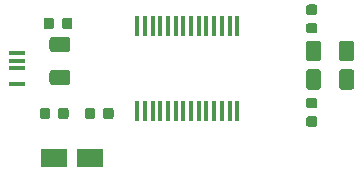
<source format=gbr>
G04 #@! TF.GenerationSoftware,KiCad,Pcbnew,(5.0.1)-3*
G04 #@! TF.CreationDate,2019-07-27T12:32:00+01:00*
G04 #@! TF.ProjectId,UsbToSerial,557362546F53657269616C2E6B696361,rev?*
G04 #@! TF.SameCoordinates,Original*
G04 #@! TF.FileFunction,Paste,Top*
G04 #@! TF.FilePolarity,Positive*
%FSLAX46Y46*%
G04 Gerber Fmt 4.6, Leading zero omitted, Abs format (unit mm)*
G04 Created by KiCad (PCBNEW (5.0.1)-3) date 27/07/2019 12:32:00*
%MOMM*%
%LPD*%
G01*
G04 APERTURE LIST*
%ADD10R,1.400000X0.400000*%
%ADD11C,0.100000*%
%ADD12C,0.875000*%
%ADD13R,2.200000X1.600000*%
%ADD14C,1.250000*%
%ADD15R,0.450000X1.750000*%
G04 APERTURE END LIST*
D10*
G04 #@! TO.C,J1*
X82095000Y-79360000D03*
X82095000Y-78710000D03*
X82095000Y-81310000D03*
X82095000Y-80010000D03*
G04 #@! TD*
D11*
G04 #@! TO.C,C1*
G36*
X88505191Y-83346053D02*
X88526426Y-83349203D01*
X88547250Y-83354419D01*
X88567462Y-83361651D01*
X88586868Y-83370830D01*
X88605281Y-83381866D01*
X88622524Y-83394654D01*
X88638430Y-83409070D01*
X88652846Y-83424976D01*
X88665634Y-83442219D01*
X88676670Y-83460632D01*
X88685849Y-83480038D01*
X88693081Y-83500250D01*
X88698297Y-83521074D01*
X88701447Y-83542309D01*
X88702500Y-83563750D01*
X88702500Y-84076250D01*
X88701447Y-84097691D01*
X88698297Y-84118926D01*
X88693081Y-84139750D01*
X88685849Y-84159962D01*
X88676670Y-84179368D01*
X88665634Y-84197781D01*
X88652846Y-84215024D01*
X88638430Y-84230930D01*
X88622524Y-84245346D01*
X88605281Y-84258134D01*
X88586868Y-84269170D01*
X88567462Y-84278349D01*
X88547250Y-84285581D01*
X88526426Y-84290797D01*
X88505191Y-84293947D01*
X88483750Y-84295000D01*
X88046250Y-84295000D01*
X88024809Y-84293947D01*
X88003574Y-84290797D01*
X87982750Y-84285581D01*
X87962538Y-84278349D01*
X87943132Y-84269170D01*
X87924719Y-84258134D01*
X87907476Y-84245346D01*
X87891570Y-84230930D01*
X87877154Y-84215024D01*
X87864366Y-84197781D01*
X87853330Y-84179368D01*
X87844151Y-84159962D01*
X87836919Y-84139750D01*
X87831703Y-84118926D01*
X87828553Y-84097691D01*
X87827500Y-84076250D01*
X87827500Y-83563750D01*
X87828553Y-83542309D01*
X87831703Y-83521074D01*
X87836919Y-83500250D01*
X87844151Y-83480038D01*
X87853330Y-83460632D01*
X87864366Y-83442219D01*
X87877154Y-83424976D01*
X87891570Y-83409070D01*
X87907476Y-83394654D01*
X87924719Y-83381866D01*
X87943132Y-83370830D01*
X87962538Y-83361651D01*
X87982750Y-83354419D01*
X88003574Y-83349203D01*
X88024809Y-83346053D01*
X88046250Y-83345000D01*
X88483750Y-83345000D01*
X88505191Y-83346053D01*
X88505191Y-83346053D01*
G37*
D12*
X88265000Y-83820000D03*
D11*
G36*
X90080191Y-83346053D02*
X90101426Y-83349203D01*
X90122250Y-83354419D01*
X90142462Y-83361651D01*
X90161868Y-83370830D01*
X90180281Y-83381866D01*
X90197524Y-83394654D01*
X90213430Y-83409070D01*
X90227846Y-83424976D01*
X90240634Y-83442219D01*
X90251670Y-83460632D01*
X90260849Y-83480038D01*
X90268081Y-83500250D01*
X90273297Y-83521074D01*
X90276447Y-83542309D01*
X90277500Y-83563750D01*
X90277500Y-84076250D01*
X90276447Y-84097691D01*
X90273297Y-84118926D01*
X90268081Y-84139750D01*
X90260849Y-84159962D01*
X90251670Y-84179368D01*
X90240634Y-84197781D01*
X90227846Y-84215024D01*
X90213430Y-84230930D01*
X90197524Y-84245346D01*
X90180281Y-84258134D01*
X90161868Y-84269170D01*
X90142462Y-84278349D01*
X90122250Y-84285581D01*
X90101426Y-84290797D01*
X90080191Y-84293947D01*
X90058750Y-84295000D01*
X89621250Y-84295000D01*
X89599809Y-84293947D01*
X89578574Y-84290797D01*
X89557750Y-84285581D01*
X89537538Y-84278349D01*
X89518132Y-84269170D01*
X89499719Y-84258134D01*
X89482476Y-84245346D01*
X89466570Y-84230930D01*
X89452154Y-84215024D01*
X89439366Y-84197781D01*
X89428330Y-84179368D01*
X89419151Y-84159962D01*
X89411919Y-84139750D01*
X89406703Y-84118926D01*
X89403553Y-84097691D01*
X89402500Y-84076250D01*
X89402500Y-83563750D01*
X89403553Y-83542309D01*
X89406703Y-83521074D01*
X89411919Y-83500250D01*
X89419151Y-83480038D01*
X89428330Y-83460632D01*
X89439366Y-83442219D01*
X89452154Y-83424976D01*
X89466570Y-83409070D01*
X89482476Y-83394654D01*
X89499719Y-83381866D01*
X89518132Y-83370830D01*
X89537538Y-83361651D01*
X89557750Y-83354419D01*
X89578574Y-83349203D01*
X89599809Y-83346053D01*
X89621250Y-83345000D01*
X90058750Y-83345000D01*
X90080191Y-83346053D01*
X90080191Y-83346053D01*
G37*
D12*
X89840000Y-83820000D03*
G04 #@! TD*
D11*
G04 #@! TO.C,C2*
G36*
X84695191Y-83346053D02*
X84716426Y-83349203D01*
X84737250Y-83354419D01*
X84757462Y-83361651D01*
X84776868Y-83370830D01*
X84795281Y-83381866D01*
X84812524Y-83394654D01*
X84828430Y-83409070D01*
X84842846Y-83424976D01*
X84855634Y-83442219D01*
X84866670Y-83460632D01*
X84875849Y-83480038D01*
X84883081Y-83500250D01*
X84888297Y-83521074D01*
X84891447Y-83542309D01*
X84892500Y-83563750D01*
X84892500Y-84076250D01*
X84891447Y-84097691D01*
X84888297Y-84118926D01*
X84883081Y-84139750D01*
X84875849Y-84159962D01*
X84866670Y-84179368D01*
X84855634Y-84197781D01*
X84842846Y-84215024D01*
X84828430Y-84230930D01*
X84812524Y-84245346D01*
X84795281Y-84258134D01*
X84776868Y-84269170D01*
X84757462Y-84278349D01*
X84737250Y-84285581D01*
X84716426Y-84290797D01*
X84695191Y-84293947D01*
X84673750Y-84295000D01*
X84236250Y-84295000D01*
X84214809Y-84293947D01*
X84193574Y-84290797D01*
X84172750Y-84285581D01*
X84152538Y-84278349D01*
X84133132Y-84269170D01*
X84114719Y-84258134D01*
X84097476Y-84245346D01*
X84081570Y-84230930D01*
X84067154Y-84215024D01*
X84054366Y-84197781D01*
X84043330Y-84179368D01*
X84034151Y-84159962D01*
X84026919Y-84139750D01*
X84021703Y-84118926D01*
X84018553Y-84097691D01*
X84017500Y-84076250D01*
X84017500Y-83563750D01*
X84018553Y-83542309D01*
X84021703Y-83521074D01*
X84026919Y-83500250D01*
X84034151Y-83480038D01*
X84043330Y-83460632D01*
X84054366Y-83442219D01*
X84067154Y-83424976D01*
X84081570Y-83409070D01*
X84097476Y-83394654D01*
X84114719Y-83381866D01*
X84133132Y-83370830D01*
X84152538Y-83361651D01*
X84172750Y-83354419D01*
X84193574Y-83349203D01*
X84214809Y-83346053D01*
X84236250Y-83345000D01*
X84673750Y-83345000D01*
X84695191Y-83346053D01*
X84695191Y-83346053D01*
G37*
D12*
X84455000Y-83820000D03*
D11*
G36*
X86270191Y-83346053D02*
X86291426Y-83349203D01*
X86312250Y-83354419D01*
X86332462Y-83361651D01*
X86351868Y-83370830D01*
X86370281Y-83381866D01*
X86387524Y-83394654D01*
X86403430Y-83409070D01*
X86417846Y-83424976D01*
X86430634Y-83442219D01*
X86441670Y-83460632D01*
X86450849Y-83480038D01*
X86458081Y-83500250D01*
X86463297Y-83521074D01*
X86466447Y-83542309D01*
X86467500Y-83563750D01*
X86467500Y-84076250D01*
X86466447Y-84097691D01*
X86463297Y-84118926D01*
X86458081Y-84139750D01*
X86450849Y-84159962D01*
X86441670Y-84179368D01*
X86430634Y-84197781D01*
X86417846Y-84215024D01*
X86403430Y-84230930D01*
X86387524Y-84245346D01*
X86370281Y-84258134D01*
X86351868Y-84269170D01*
X86332462Y-84278349D01*
X86312250Y-84285581D01*
X86291426Y-84290797D01*
X86270191Y-84293947D01*
X86248750Y-84295000D01*
X85811250Y-84295000D01*
X85789809Y-84293947D01*
X85768574Y-84290797D01*
X85747750Y-84285581D01*
X85727538Y-84278349D01*
X85708132Y-84269170D01*
X85689719Y-84258134D01*
X85672476Y-84245346D01*
X85656570Y-84230930D01*
X85642154Y-84215024D01*
X85629366Y-84197781D01*
X85618330Y-84179368D01*
X85609151Y-84159962D01*
X85601919Y-84139750D01*
X85596703Y-84118926D01*
X85593553Y-84097691D01*
X85592500Y-84076250D01*
X85592500Y-83563750D01*
X85593553Y-83542309D01*
X85596703Y-83521074D01*
X85601919Y-83500250D01*
X85609151Y-83480038D01*
X85618330Y-83460632D01*
X85629366Y-83442219D01*
X85642154Y-83424976D01*
X85656570Y-83409070D01*
X85672476Y-83394654D01*
X85689719Y-83381866D01*
X85708132Y-83370830D01*
X85727538Y-83361651D01*
X85747750Y-83354419D01*
X85768574Y-83349203D01*
X85789809Y-83346053D01*
X85811250Y-83345000D01*
X86248750Y-83345000D01*
X86270191Y-83346053D01*
X86270191Y-83346053D01*
G37*
D12*
X86030000Y-83820000D03*
G04 #@! TD*
D13*
G04 #@! TO.C,C3*
X85265000Y-87630000D03*
X88265000Y-87630000D03*
G04 #@! TD*
D11*
G04 #@! TO.C,D1*
G36*
X86374504Y-80151204D02*
X86398773Y-80154804D01*
X86422571Y-80160765D01*
X86445671Y-80169030D01*
X86467849Y-80179520D01*
X86488893Y-80192133D01*
X86508598Y-80206747D01*
X86526777Y-80223223D01*
X86543253Y-80241402D01*
X86557867Y-80261107D01*
X86570480Y-80282151D01*
X86580970Y-80304329D01*
X86589235Y-80327429D01*
X86595196Y-80351227D01*
X86598796Y-80375496D01*
X86600000Y-80400000D01*
X86600000Y-81150000D01*
X86598796Y-81174504D01*
X86595196Y-81198773D01*
X86589235Y-81222571D01*
X86580970Y-81245671D01*
X86570480Y-81267849D01*
X86557867Y-81288893D01*
X86543253Y-81308598D01*
X86526777Y-81326777D01*
X86508598Y-81343253D01*
X86488893Y-81357867D01*
X86467849Y-81370480D01*
X86445671Y-81380970D01*
X86422571Y-81389235D01*
X86398773Y-81395196D01*
X86374504Y-81398796D01*
X86350000Y-81400000D01*
X85100000Y-81400000D01*
X85075496Y-81398796D01*
X85051227Y-81395196D01*
X85027429Y-81389235D01*
X85004329Y-81380970D01*
X84982151Y-81370480D01*
X84961107Y-81357867D01*
X84941402Y-81343253D01*
X84923223Y-81326777D01*
X84906747Y-81308598D01*
X84892133Y-81288893D01*
X84879520Y-81267849D01*
X84869030Y-81245671D01*
X84860765Y-81222571D01*
X84854804Y-81198773D01*
X84851204Y-81174504D01*
X84850000Y-81150000D01*
X84850000Y-80400000D01*
X84851204Y-80375496D01*
X84854804Y-80351227D01*
X84860765Y-80327429D01*
X84869030Y-80304329D01*
X84879520Y-80282151D01*
X84892133Y-80261107D01*
X84906747Y-80241402D01*
X84923223Y-80223223D01*
X84941402Y-80206747D01*
X84961107Y-80192133D01*
X84982151Y-80179520D01*
X85004329Y-80169030D01*
X85027429Y-80160765D01*
X85051227Y-80154804D01*
X85075496Y-80151204D01*
X85100000Y-80150000D01*
X86350000Y-80150000D01*
X86374504Y-80151204D01*
X86374504Y-80151204D01*
G37*
D14*
X85725000Y-80775000D03*
D11*
G36*
X86374504Y-77351204D02*
X86398773Y-77354804D01*
X86422571Y-77360765D01*
X86445671Y-77369030D01*
X86467849Y-77379520D01*
X86488893Y-77392133D01*
X86508598Y-77406747D01*
X86526777Y-77423223D01*
X86543253Y-77441402D01*
X86557867Y-77461107D01*
X86570480Y-77482151D01*
X86580970Y-77504329D01*
X86589235Y-77527429D01*
X86595196Y-77551227D01*
X86598796Y-77575496D01*
X86600000Y-77600000D01*
X86600000Y-78350000D01*
X86598796Y-78374504D01*
X86595196Y-78398773D01*
X86589235Y-78422571D01*
X86580970Y-78445671D01*
X86570480Y-78467849D01*
X86557867Y-78488893D01*
X86543253Y-78508598D01*
X86526777Y-78526777D01*
X86508598Y-78543253D01*
X86488893Y-78557867D01*
X86467849Y-78570480D01*
X86445671Y-78580970D01*
X86422571Y-78589235D01*
X86398773Y-78595196D01*
X86374504Y-78598796D01*
X86350000Y-78600000D01*
X85100000Y-78600000D01*
X85075496Y-78598796D01*
X85051227Y-78595196D01*
X85027429Y-78589235D01*
X85004329Y-78580970D01*
X84982151Y-78570480D01*
X84961107Y-78557867D01*
X84941402Y-78543253D01*
X84923223Y-78526777D01*
X84906747Y-78508598D01*
X84892133Y-78488893D01*
X84879520Y-78467849D01*
X84869030Y-78445671D01*
X84860765Y-78422571D01*
X84854804Y-78398773D01*
X84851204Y-78374504D01*
X84850000Y-78350000D01*
X84850000Y-77600000D01*
X84851204Y-77575496D01*
X84854804Y-77551227D01*
X84860765Y-77527429D01*
X84869030Y-77504329D01*
X84879520Y-77482151D01*
X84892133Y-77461107D01*
X84906747Y-77441402D01*
X84923223Y-77423223D01*
X84941402Y-77406747D01*
X84961107Y-77392133D01*
X84982151Y-77379520D01*
X85004329Y-77369030D01*
X85027429Y-77360765D01*
X85051227Y-77354804D01*
X85075496Y-77351204D01*
X85100000Y-77350000D01*
X86350000Y-77350000D01*
X86374504Y-77351204D01*
X86374504Y-77351204D01*
G37*
D14*
X85725000Y-77975000D03*
G04 #@! TD*
D11*
G04 #@! TO.C,D2*
G36*
X107610504Y-77647197D02*
X107634773Y-77650797D01*
X107658571Y-77656758D01*
X107681671Y-77665023D01*
X107703849Y-77675513D01*
X107724893Y-77688126D01*
X107744598Y-77702740D01*
X107762777Y-77719216D01*
X107779253Y-77737395D01*
X107793867Y-77757100D01*
X107806480Y-77778144D01*
X107816970Y-77800322D01*
X107825235Y-77823422D01*
X107831196Y-77847220D01*
X107834796Y-77871489D01*
X107836000Y-77895993D01*
X107836000Y-79145993D01*
X107834796Y-79170497D01*
X107831196Y-79194766D01*
X107825235Y-79218564D01*
X107816970Y-79241664D01*
X107806480Y-79263842D01*
X107793867Y-79284886D01*
X107779253Y-79304591D01*
X107762777Y-79322770D01*
X107744598Y-79339246D01*
X107724893Y-79353860D01*
X107703849Y-79366473D01*
X107681671Y-79376963D01*
X107658571Y-79385228D01*
X107634773Y-79391189D01*
X107610504Y-79394789D01*
X107586000Y-79395993D01*
X106836000Y-79395993D01*
X106811496Y-79394789D01*
X106787227Y-79391189D01*
X106763429Y-79385228D01*
X106740329Y-79376963D01*
X106718151Y-79366473D01*
X106697107Y-79353860D01*
X106677402Y-79339246D01*
X106659223Y-79322770D01*
X106642747Y-79304591D01*
X106628133Y-79284886D01*
X106615520Y-79263842D01*
X106605030Y-79241664D01*
X106596765Y-79218564D01*
X106590804Y-79194766D01*
X106587204Y-79170497D01*
X106586000Y-79145993D01*
X106586000Y-77895993D01*
X106587204Y-77871489D01*
X106590804Y-77847220D01*
X106596765Y-77823422D01*
X106605030Y-77800322D01*
X106615520Y-77778144D01*
X106628133Y-77757100D01*
X106642747Y-77737395D01*
X106659223Y-77719216D01*
X106677402Y-77702740D01*
X106697107Y-77688126D01*
X106718151Y-77675513D01*
X106740329Y-77665023D01*
X106763429Y-77656758D01*
X106787227Y-77650797D01*
X106811496Y-77647197D01*
X106836000Y-77645993D01*
X107586000Y-77645993D01*
X107610504Y-77647197D01*
X107610504Y-77647197D01*
G37*
D14*
X107211000Y-78520993D03*
D11*
G36*
X110410504Y-77647197D02*
X110434773Y-77650797D01*
X110458571Y-77656758D01*
X110481671Y-77665023D01*
X110503849Y-77675513D01*
X110524893Y-77688126D01*
X110544598Y-77702740D01*
X110562777Y-77719216D01*
X110579253Y-77737395D01*
X110593867Y-77757100D01*
X110606480Y-77778144D01*
X110616970Y-77800322D01*
X110625235Y-77823422D01*
X110631196Y-77847220D01*
X110634796Y-77871489D01*
X110636000Y-77895993D01*
X110636000Y-79145993D01*
X110634796Y-79170497D01*
X110631196Y-79194766D01*
X110625235Y-79218564D01*
X110616970Y-79241664D01*
X110606480Y-79263842D01*
X110593867Y-79284886D01*
X110579253Y-79304591D01*
X110562777Y-79322770D01*
X110544598Y-79339246D01*
X110524893Y-79353860D01*
X110503849Y-79366473D01*
X110481671Y-79376963D01*
X110458571Y-79385228D01*
X110434773Y-79391189D01*
X110410504Y-79394789D01*
X110386000Y-79395993D01*
X109636000Y-79395993D01*
X109611496Y-79394789D01*
X109587227Y-79391189D01*
X109563429Y-79385228D01*
X109540329Y-79376963D01*
X109518151Y-79366473D01*
X109497107Y-79353860D01*
X109477402Y-79339246D01*
X109459223Y-79322770D01*
X109442747Y-79304591D01*
X109428133Y-79284886D01*
X109415520Y-79263842D01*
X109405030Y-79241664D01*
X109396765Y-79218564D01*
X109390804Y-79194766D01*
X109387204Y-79170497D01*
X109386000Y-79145993D01*
X109386000Y-77895993D01*
X109387204Y-77871489D01*
X109390804Y-77847220D01*
X109396765Y-77823422D01*
X109405030Y-77800322D01*
X109415520Y-77778144D01*
X109428133Y-77757100D01*
X109442747Y-77737395D01*
X109459223Y-77719216D01*
X109477402Y-77702740D01*
X109497107Y-77688126D01*
X109518151Y-77675513D01*
X109540329Y-77665023D01*
X109563429Y-77656758D01*
X109587227Y-77650797D01*
X109611496Y-77647197D01*
X109636000Y-77645993D01*
X110386000Y-77645993D01*
X110410504Y-77647197D01*
X110410504Y-77647197D01*
G37*
D14*
X110011000Y-78520993D03*
G04 #@! TD*
D11*
G04 #@! TO.C,D3*
G36*
X110410504Y-80069690D02*
X110434773Y-80073290D01*
X110458571Y-80079251D01*
X110481671Y-80087516D01*
X110503849Y-80098006D01*
X110524893Y-80110619D01*
X110544598Y-80125233D01*
X110562777Y-80141709D01*
X110579253Y-80159888D01*
X110593867Y-80179593D01*
X110606480Y-80200637D01*
X110616970Y-80222815D01*
X110625235Y-80245915D01*
X110631196Y-80269713D01*
X110634796Y-80293982D01*
X110636000Y-80318486D01*
X110636000Y-81568486D01*
X110634796Y-81592990D01*
X110631196Y-81617259D01*
X110625235Y-81641057D01*
X110616970Y-81664157D01*
X110606480Y-81686335D01*
X110593867Y-81707379D01*
X110579253Y-81727084D01*
X110562777Y-81745263D01*
X110544598Y-81761739D01*
X110524893Y-81776353D01*
X110503849Y-81788966D01*
X110481671Y-81799456D01*
X110458571Y-81807721D01*
X110434773Y-81813682D01*
X110410504Y-81817282D01*
X110386000Y-81818486D01*
X109636000Y-81818486D01*
X109611496Y-81817282D01*
X109587227Y-81813682D01*
X109563429Y-81807721D01*
X109540329Y-81799456D01*
X109518151Y-81788966D01*
X109497107Y-81776353D01*
X109477402Y-81761739D01*
X109459223Y-81745263D01*
X109442747Y-81727084D01*
X109428133Y-81707379D01*
X109415520Y-81686335D01*
X109405030Y-81664157D01*
X109396765Y-81641057D01*
X109390804Y-81617259D01*
X109387204Y-81592990D01*
X109386000Y-81568486D01*
X109386000Y-80318486D01*
X109387204Y-80293982D01*
X109390804Y-80269713D01*
X109396765Y-80245915D01*
X109405030Y-80222815D01*
X109415520Y-80200637D01*
X109428133Y-80179593D01*
X109442747Y-80159888D01*
X109459223Y-80141709D01*
X109477402Y-80125233D01*
X109497107Y-80110619D01*
X109518151Y-80098006D01*
X109540329Y-80087516D01*
X109563429Y-80079251D01*
X109587227Y-80073290D01*
X109611496Y-80069690D01*
X109636000Y-80068486D01*
X110386000Y-80068486D01*
X110410504Y-80069690D01*
X110410504Y-80069690D01*
G37*
D14*
X110011000Y-80943486D03*
D11*
G36*
X107610504Y-80069690D02*
X107634773Y-80073290D01*
X107658571Y-80079251D01*
X107681671Y-80087516D01*
X107703849Y-80098006D01*
X107724893Y-80110619D01*
X107744598Y-80125233D01*
X107762777Y-80141709D01*
X107779253Y-80159888D01*
X107793867Y-80179593D01*
X107806480Y-80200637D01*
X107816970Y-80222815D01*
X107825235Y-80245915D01*
X107831196Y-80269713D01*
X107834796Y-80293982D01*
X107836000Y-80318486D01*
X107836000Y-81568486D01*
X107834796Y-81592990D01*
X107831196Y-81617259D01*
X107825235Y-81641057D01*
X107816970Y-81664157D01*
X107806480Y-81686335D01*
X107793867Y-81707379D01*
X107779253Y-81727084D01*
X107762777Y-81745263D01*
X107744598Y-81761739D01*
X107724893Y-81776353D01*
X107703849Y-81788966D01*
X107681671Y-81799456D01*
X107658571Y-81807721D01*
X107634773Y-81813682D01*
X107610504Y-81817282D01*
X107586000Y-81818486D01*
X106836000Y-81818486D01*
X106811496Y-81817282D01*
X106787227Y-81813682D01*
X106763429Y-81807721D01*
X106740329Y-81799456D01*
X106718151Y-81788966D01*
X106697107Y-81776353D01*
X106677402Y-81761739D01*
X106659223Y-81745263D01*
X106642747Y-81727084D01*
X106628133Y-81707379D01*
X106615520Y-81686335D01*
X106605030Y-81664157D01*
X106596765Y-81641057D01*
X106590804Y-81617259D01*
X106587204Y-81592990D01*
X106586000Y-81568486D01*
X106586000Y-80318486D01*
X106587204Y-80293982D01*
X106590804Y-80269713D01*
X106596765Y-80245915D01*
X106605030Y-80222815D01*
X106615520Y-80200637D01*
X106628133Y-80179593D01*
X106642747Y-80159888D01*
X106659223Y-80141709D01*
X106677402Y-80125233D01*
X106697107Y-80110619D01*
X106718151Y-80098006D01*
X106740329Y-80087516D01*
X106763429Y-80079251D01*
X106787227Y-80073290D01*
X106811496Y-80069690D01*
X106836000Y-80068486D01*
X107586000Y-80068486D01*
X107610504Y-80069690D01*
X107610504Y-80069690D01*
G37*
D14*
X107211000Y-80943486D03*
G04 #@! TD*
D11*
G04 #@! TO.C,R1*
G36*
X107338691Y-82494553D02*
X107359926Y-82497703D01*
X107380750Y-82502919D01*
X107400962Y-82510151D01*
X107420368Y-82519330D01*
X107438781Y-82530366D01*
X107456024Y-82543154D01*
X107471930Y-82557570D01*
X107486346Y-82573476D01*
X107499134Y-82590719D01*
X107510170Y-82609132D01*
X107519349Y-82628538D01*
X107526581Y-82648750D01*
X107531797Y-82669574D01*
X107534947Y-82690809D01*
X107536000Y-82712250D01*
X107536000Y-83149750D01*
X107534947Y-83171191D01*
X107531797Y-83192426D01*
X107526581Y-83213250D01*
X107519349Y-83233462D01*
X107510170Y-83252868D01*
X107499134Y-83271281D01*
X107486346Y-83288524D01*
X107471930Y-83304430D01*
X107456024Y-83318846D01*
X107438781Y-83331634D01*
X107420368Y-83342670D01*
X107400962Y-83351849D01*
X107380750Y-83359081D01*
X107359926Y-83364297D01*
X107338691Y-83367447D01*
X107317250Y-83368500D01*
X106804750Y-83368500D01*
X106783309Y-83367447D01*
X106762074Y-83364297D01*
X106741250Y-83359081D01*
X106721038Y-83351849D01*
X106701632Y-83342670D01*
X106683219Y-83331634D01*
X106665976Y-83318846D01*
X106650070Y-83304430D01*
X106635654Y-83288524D01*
X106622866Y-83271281D01*
X106611830Y-83252868D01*
X106602651Y-83233462D01*
X106595419Y-83213250D01*
X106590203Y-83192426D01*
X106587053Y-83171191D01*
X106586000Y-83149750D01*
X106586000Y-82712250D01*
X106587053Y-82690809D01*
X106590203Y-82669574D01*
X106595419Y-82648750D01*
X106602651Y-82628538D01*
X106611830Y-82609132D01*
X106622866Y-82590719D01*
X106635654Y-82573476D01*
X106650070Y-82557570D01*
X106665976Y-82543154D01*
X106683219Y-82530366D01*
X106701632Y-82519330D01*
X106721038Y-82510151D01*
X106741250Y-82502919D01*
X106762074Y-82497703D01*
X106783309Y-82494553D01*
X106804750Y-82493500D01*
X107317250Y-82493500D01*
X107338691Y-82494553D01*
X107338691Y-82494553D01*
G37*
D12*
X107061000Y-82931000D03*
D11*
G36*
X107338691Y-84069553D02*
X107359926Y-84072703D01*
X107380750Y-84077919D01*
X107400962Y-84085151D01*
X107420368Y-84094330D01*
X107438781Y-84105366D01*
X107456024Y-84118154D01*
X107471930Y-84132570D01*
X107486346Y-84148476D01*
X107499134Y-84165719D01*
X107510170Y-84184132D01*
X107519349Y-84203538D01*
X107526581Y-84223750D01*
X107531797Y-84244574D01*
X107534947Y-84265809D01*
X107536000Y-84287250D01*
X107536000Y-84724750D01*
X107534947Y-84746191D01*
X107531797Y-84767426D01*
X107526581Y-84788250D01*
X107519349Y-84808462D01*
X107510170Y-84827868D01*
X107499134Y-84846281D01*
X107486346Y-84863524D01*
X107471930Y-84879430D01*
X107456024Y-84893846D01*
X107438781Y-84906634D01*
X107420368Y-84917670D01*
X107400962Y-84926849D01*
X107380750Y-84934081D01*
X107359926Y-84939297D01*
X107338691Y-84942447D01*
X107317250Y-84943500D01*
X106804750Y-84943500D01*
X106783309Y-84942447D01*
X106762074Y-84939297D01*
X106741250Y-84934081D01*
X106721038Y-84926849D01*
X106701632Y-84917670D01*
X106683219Y-84906634D01*
X106665976Y-84893846D01*
X106650070Y-84879430D01*
X106635654Y-84863524D01*
X106622866Y-84846281D01*
X106611830Y-84827868D01*
X106602651Y-84808462D01*
X106595419Y-84788250D01*
X106590203Y-84767426D01*
X106587053Y-84746191D01*
X106586000Y-84724750D01*
X106586000Y-84287250D01*
X106587053Y-84265809D01*
X106590203Y-84244574D01*
X106595419Y-84223750D01*
X106602651Y-84203538D01*
X106611830Y-84184132D01*
X106622866Y-84165719D01*
X106635654Y-84148476D01*
X106650070Y-84132570D01*
X106665976Y-84118154D01*
X106683219Y-84105366D01*
X106701632Y-84094330D01*
X106721038Y-84085151D01*
X106741250Y-84077919D01*
X106762074Y-84072703D01*
X106783309Y-84069553D01*
X106804750Y-84068500D01*
X107317250Y-84068500D01*
X107338691Y-84069553D01*
X107338691Y-84069553D01*
G37*
D12*
X107061000Y-84506000D03*
G04 #@! TD*
D11*
G04 #@! TO.C,R2*
G36*
X107338691Y-74595053D02*
X107359926Y-74598203D01*
X107380750Y-74603419D01*
X107400962Y-74610651D01*
X107420368Y-74619830D01*
X107438781Y-74630866D01*
X107456024Y-74643654D01*
X107471930Y-74658070D01*
X107486346Y-74673976D01*
X107499134Y-74691219D01*
X107510170Y-74709632D01*
X107519349Y-74729038D01*
X107526581Y-74749250D01*
X107531797Y-74770074D01*
X107534947Y-74791309D01*
X107536000Y-74812750D01*
X107536000Y-75250250D01*
X107534947Y-75271691D01*
X107531797Y-75292926D01*
X107526581Y-75313750D01*
X107519349Y-75333962D01*
X107510170Y-75353368D01*
X107499134Y-75371781D01*
X107486346Y-75389024D01*
X107471930Y-75404930D01*
X107456024Y-75419346D01*
X107438781Y-75432134D01*
X107420368Y-75443170D01*
X107400962Y-75452349D01*
X107380750Y-75459581D01*
X107359926Y-75464797D01*
X107338691Y-75467947D01*
X107317250Y-75469000D01*
X106804750Y-75469000D01*
X106783309Y-75467947D01*
X106762074Y-75464797D01*
X106741250Y-75459581D01*
X106721038Y-75452349D01*
X106701632Y-75443170D01*
X106683219Y-75432134D01*
X106665976Y-75419346D01*
X106650070Y-75404930D01*
X106635654Y-75389024D01*
X106622866Y-75371781D01*
X106611830Y-75353368D01*
X106602651Y-75333962D01*
X106595419Y-75313750D01*
X106590203Y-75292926D01*
X106587053Y-75271691D01*
X106586000Y-75250250D01*
X106586000Y-74812750D01*
X106587053Y-74791309D01*
X106590203Y-74770074D01*
X106595419Y-74749250D01*
X106602651Y-74729038D01*
X106611830Y-74709632D01*
X106622866Y-74691219D01*
X106635654Y-74673976D01*
X106650070Y-74658070D01*
X106665976Y-74643654D01*
X106683219Y-74630866D01*
X106701632Y-74619830D01*
X106721038Y-74610651D01*
X106741250Y-74603419D01*
X106762074Y-74598203D01*
X106783309Y-74595053D01*
X106804750Y-74594000D01*
X107317250Y-74594000D01*
X107338691Y-74595053D01*
X107338691Y-74595053D01*
G37*
D12*
X107061000Y-75031500D03*
D11*
G36*
X107338691Y-76170053D02*
X107359926Y-76173203D01*
X107380750Y-76178419D01*
X107400962Y-76185651D01*
X107420368Y-76194830D01*
X107438781Y-76205866D01*
X107456024Y-76218654D01*
X107471930Y-76233070D01*
X107486346Y-76248976D01*
X107499134Y-76266219D01*
X107510170Y-76284632D01*
X107519349Y-76304038D01*
X107526581Y-76324250D01*
X107531797Y-76345074D01*
X107534947Y-76366309D01*
X107536000Y-76387750D01*
X107536000Y-76825250D01*
X107534947Y-76846691D01*
X107531797Y-76867926D01*
X107526581Y-76888750D01*
X107519349Y-76908962D01*
X107510170Y-76928368D01*
X107499134Y-76946781D01*
X107486346Y-76964024D01*
X107471930Y-76979930D01*
X107456024Y-76994346D01*
X107438781Y-77007134D01*
X107420368Y-77018170D01*
X107400962Y-77027349D01*
X107380750Y-77034581D01*
X107359926Y-77039797D01*
X107338691Y-77042947D01*
X107317250Y-77044000D01*
X106804750Y-77044000D01*
X106783309Y-77042947D01*
X106762074Y-77039797D01*
X106741250Y-77034581D01*
X106721038Y-77027349D01*
X106701632Y-77018170D01*
X106683219Y-77007134D01*
X106665976Y-76994346D01*
X106650070Y-76979930D01*
X106635654Y-76964024D01*
X106622866Y-76946781D01*
X106611830Y-76928368D01*
X106602651Y-76908962D01*
X106595419Y-76888750D01*
X106590203Y-76867926D01*
X106587053Y-76846691D01*
X106586000Y-76825250D01*
X106586000Y-76387750D01*
X106587053Y-76366309D01*
X106590203Y-76345074D01*
X106595419Y-76324250D01*
X106602651Y-76304038D01*
X106611830Y-76284632D01*
X106622866Y-76266219D01*
X106635654Y-76248976D01*
X106650070Y-76233070D01*
X106665976Y-76218654D01*
X106683219Y-76205866D01*
X106701632Y-76194830D01*
X106721038Y-76185651D01*
X106741250Y-76178419D01*
X106762074Y-76173203D01*
X106783309Y-76170053D01*
X106804750Y-76169000D01*
X107317250Y-76169000D01*
X107338691Y-76170053D01*
X107338691Y-76170053D01*
G37*
D12*
X107061000Y-76606500D03*
G04 #@! TD*
D11*
G04 #@! TO.C,R3*
G36*
X85025191Y-75726053D02*
X85046426Y-75729203D01*
X85067250Y-75734419D01*
X85087462Y-75741651D01*
X85106868Y-75750830D01*
X85125281Y-75761866D01*
X85142524Y-75774654D01*
X85158430Y-75789070D01*
X85172846Y-75804976D01*
X85185634Y-75822219D01*
X85196670Y-75840632D01*
X85205849Y-75860038D01*
X85213081Y-75880250D01*
X85218297Y-75901074D01*
X85221447Y-75922309D01*
X85222500Y-75943750D01*
X85222500Y-76456250D01*
X85221447Y-76477691D01*
X85218297Y-76498926D01*
X85213081Y-76519750D01*
X85205849Y-76539962D01*
X85196670Y-76559368D01*
X85185634Y-76577781D01*
X85172846Y-76595024D01*
X85158430Y-76610930D01*
X85142524Y-76625346D01*
X85125281Y-76638134D01*
X85106868Y-76649170D01*
X85087462Y-76658349D01*
X85067250Y-76665581D01*
X85046426Y-76670797D01*
X85025191Y-76673947D01*
X85003750Y-76675000D01*
X84566250Y-76675000D01*
X84544809Y-76673947D01*
X84523574Y-76670797D01*
X84502750Y-76665581D01*
X84482538Y-76658349D01*
X84463132Y-76649170D01*
X84444719Y-76638134D01*
X84427476Y-76625346D01*
X84411570Y-76610930D01*
X84397154Y-76595024D01*
X84384366Y-76577781D01*
X84373330Y-76559368D01*
X84364151Y-76539962D01*
X84356919Y-76519750D01*
X84351703Y-76498926D01*
X84348553Y-76477691D01*
X84347500Y-76456250D01*
X84347500Y-75943750D01*
X84348553Y-75922309D01*
X84351703Y-75901074D01*
X84356919Y-75880250D01*
X84364151Y-75860038D01*
X84373330Y-75840632D01*
X84384366Y-75822219D01*
X84397154Y-75804976D01*
X84411570Y-75789070D01*
X84427476Y-75774654D01*
X84444719Y-75761866D01*
X84463132Y-75750830D01*
X84482538Y-75741651D01*
X84502750Y-75734419D01*
X84523574Y-75729203D01*
X84544809Y-75726053D01*
X84566250Y-75725000D01*
X85003750Y-75725000D01*
X85025191Y-75726053D01*
X85025191Y-75726053D01*
G37*
D12*
X84785000Y-76200000D03*
D11*
G36*
X86600191Y-75726053D02*
X86621426Y-75729203D01*
X86642250Y-75734419D01*
X86662462Y-75741651D01*
X86681868Y-75750830D01*
X86700281Y-75761866D01*
X86717524Y-75774654D01*
X86733430Y-75789070D01*
X86747846Y-75804976D01*
X86760634Y-75822219D01*
X86771670Y-75840632D01*
X86780849Y-75860038D01*
X86788081Y-75880250D01*
X86793297Y-75901074D01*
X86796447Y-75922309D01*
X86797500Y-75943750D01*
X86797500Y-76456250D01*
X86796447Y-76477691D01*
X86793297Y-76498926D01*
X86788081Y-76519750D01*
X86780849Y-76539962D01*
X86771670Y-76559368D01*
X86760634Y-76577781D01*
X86747846Y-76595024D01*
X86733430Y-76610930D01*
X86717524Y-76625346D01*
X86700281Y-76638134D01*
X86681868Y-76649170D01*
X86662462Y-76658349D01*
X86642250Y-76665581D01*
X86621426Y-76670797D01*
X86600191Y-76673947D01*
X86578750Y-76675000D01*
X86141250Y-76675000D01*
X86119809Y-76673947D01*
X86098574Y-76670797D01*
X86077750Y-76665581D01*
X86057538Y-76658349D01*
X86038132Y-76649170D01*
X86019719Y-76638134D01*
X86002476Y-76625346D01*
X85986570Y-76610930D01*
X85972154Y-76595024D01*
X85959366Y-76577781D01*
X85948330Y-76559368D01*
X85939151Y-76539962D01*
X85931919Y-76519750D01*
X85926703Y-76498926D01*
X85923553Y-76477691D01*
X85922500Y-76456250D01*
X85922500Y-75943750D01*
X85923553Y-75922309D01*
X85926703Y-75901074D01*
X85931919Y-75880250D01*
X85939151Y-75860038D01*
X85948330Y-75840632D01*
X85959366Y-75822219D01*
X85972154Y-75804976D01*
X85986570Y-75789070D01*
X86002476Y-75774654D01*
X86019719Y-75761866D01*
X86038132Y-75750830D01*
X86057538Y-75741651D01*
X86077750Y-75734419D01*
X86098574Y-75729203D01*
X86119809Y-75726053D01*
X86141250Y-75725000D01*
X86578750Y-75725000D01*
X86600191Y-75726053D01*
X86600191Y-75726053D01*
G37*
D12*
X86360000Y-76200000D03*
G04 #@! TD*
D15*
G04 #@! TO.C,U1*
X100745000Y-76410000D03*
X100095000Y-76410000D03*
X99445000Y-76410000D03*
X98795000Y-76410000D03*
X98145000Y-76410000D03*
X97495000Y-76410000D03*
X96845000Y-76410000D03*
X96195000Y-76410000D03*
X95545000Y-76410000D03*
X94895000Y-76410000D03*
X94245000Y-76410000D03*
X93595000Y-76410000D03*
X92945000Y-76410000D03*
X92295000Y-76410000D03*
X92295000Y-83610000D03*
X92945000Y-83610000D03*
X93595000Y-83610000D03*
X94245000Y-83610000D03*
X94895000Y-83610000D03*
X95545000Y-83610000D03*
X96195000Y-83610000D03*
X96845000Y-83610000D03*
X97495000Y-83610000D03*
X98145000Y-83610000D03*
X98795000Y-83610000D03*
X99445000Y-83610000D03*
X100095000Y-83610000D03*
X100745000Y-83610000D03*
G04 #@! TD*
M02*

</source>
